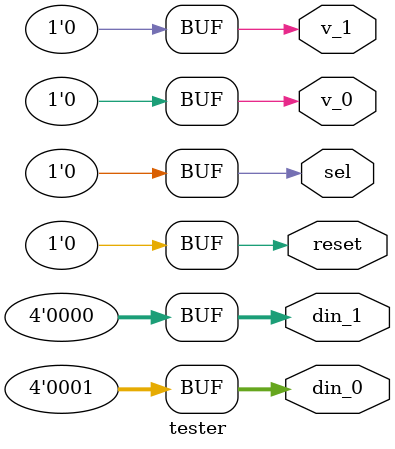
<source format=v>
module tester(
output reg sel,
output reg reset,
output reg [3:0] din_0,
output reg v_0,
output reg [3:0] din_1,
output reg v_1);


initial
  begin
    din_0 <= 4'b1010;
    din_1 <= 4'b0110;
    v_0 = 1;
    v_1 = 1;
    reset = 1;

  $display("Prueba 1, Sel = 0, Valid = 1");
      reset = 0;
      sel<=0;
      #40;

  $display("Prueba 2, Sel = 1, Valid = 1");
      sel<=1;
      #40;

  $display("Prueba 3, Sel = 1,  Valid = 0");
      din_1 <= 0;
      v_0 = 0;
      v_1 = 0;
      #40;

  $display("Prueba 4, Sel = 0,  Valid = 0");
      din_0 <=1;
      sel<=0;
      #40;

  end
endmodule

</source>
